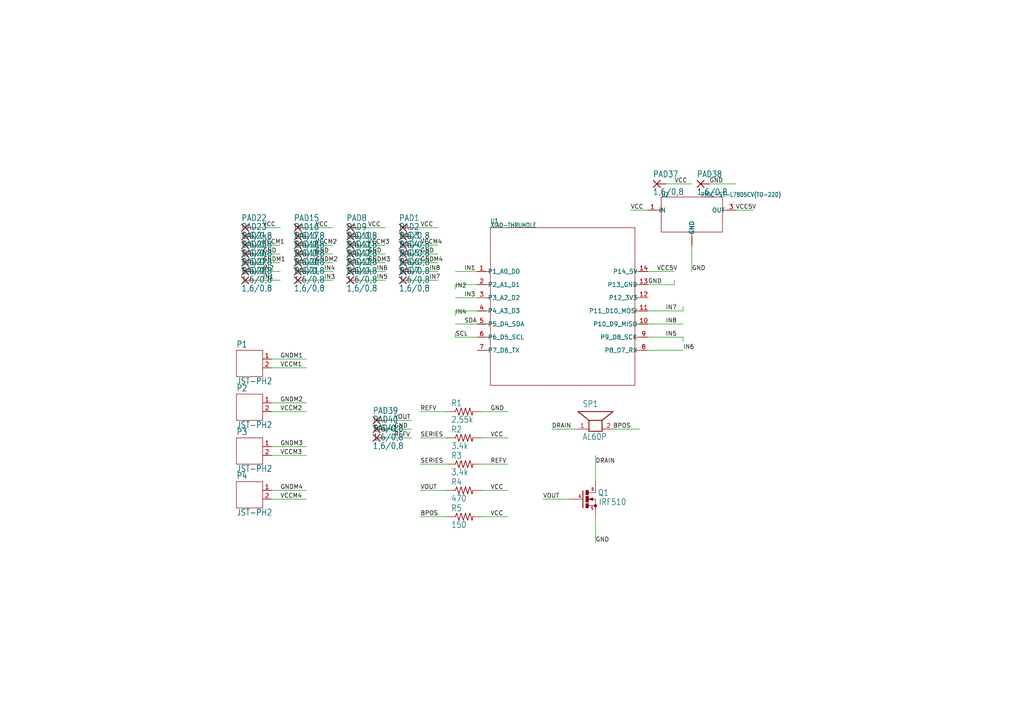
<source format=kicad_sch>
(kicad_sch (version 20211123) (generator eeschema)
  (paper "A4")
  (lib_symbols
    (symbol "MSoRo_v4.0_big_mode_RSC-eagle-import:1,6{slash}0,8"
      (property "Reference" "PAD" (at -1.143 1.8542 0))
      (property "Value" "1,6{slash}0,8" (at -1.143 -3.302 0))
      (symbol "1,6{slash}0,8_1_0"
        (polyline (pts (xy -1.016 -1.016) (xy 1.016 1.016)) (stroke (width 0.254)))
        (polyline (pts (xy -1.016 1.016) (xy 1.016 -1.016)) (stroke (width 0.254)))
        (pin passive line (at 2.54 0 180) (length 2.54) (name "P") (number "1"))
      )
    )
    (symbol "MSoRo_v4.0_big_mode_RSC-eagle-import:AL60P"
      (property "Reference" "SP" (at -3.81 6.35 0))
      (property "Value" "AL60P" (at -3.81 -3.175 0))
      (symbol "AL60P_1_0"
        (polyline (pts (xy -2.54 0) (xy -1.905 0)) (stroke (width 0.1524)))
        (polyline (pts (xy -1.905 -0.635) (xy -1.905 0)) (stroke (width 0.254)))
        (polyline (pts (xy -1.905 -0.635) (xy 1.905 -0.635)) (stroke (width 0.254)))
        (polyline (pts (xy -1.905 0) (xy -1.905 2.54)) (stroke (width 0.254)))
        (polyline (pts (xy -1.905 2.54) (xy -5.08 5.08)) (stroke (width 0.254)))
        (polyline (pts (xy 1.905 -0.635) (xy 1.905 0)) (stroke (width 0.254)))
        (polyline (pts (xy 1.905 0) (xy 1.905 2.54)) (stroke (width 0.254)))
        (polyline (pts (xy 1.905 2.54) (xy -1.905 2.54)) (stroke (width 0.254)))
        (polyline (pts (xy 1.905 2.54) (xy 5.08 5.08)) (stroke (width 0.254)))
        (polyline (pts (xy 2.54 0) (xy 1.905 0)) (stroke (width 0.1524)))
        (polyline (pts (xy 5.08 5.08) (xy -5.08 5.08)) (stroke (width 0.254)))
        (pin passive line (at -5.08 0 0) (length 2.54) (name "1") (number "1"))
        (pin passive line (at 5.08 0 180) (length 2.54) (name "2") (number "2"))
      )
    )
    (symbol "MSoRo_v4.0_big_mode_RSC-eagle-import:IRF510"
      (property "Reference" "Q" (at 3.175 0.889 0))
      (property "Value" "IRF510" (at 3.429 -1.778 0))
      (symbol "IRF510_1_0"
        (rectangle (start -0.254 -2.54) (end 0.508 -1.27) (fill (type outline)))
        (rectangle (start -0.254 -0.889) (end 0.508 0.889) (fill (type outline)))
        (rectangle (start -0.254 1.27) (end 0.508 2.54) (fill (type outline)))
        (polyline (pts (xy -1.1176 0) (xy -2.54 0)) (stroke (width 0.1524)))
        (polyline (pts (xy -1.1176 0) (xy -1.1176 -2.54)) (stroke (width 0.254)))
        (polyline (pts (xy -1.1176 2.413) (xy -1.1176 0)) (stroke (width 0.254)))
        (polyline (pts (xy 0.508 -1.905) (xy 2.54 -1.905)) (stroke (width 0.1524)))
        (polyline (pts (xy 0.508 0) (xy 1.143 0)) (stroke (width 0.1524)))
        (polyline (pts (xy 0.508 0) (xy 1.778 0.381)) (stroke (width 0.1524)))
        (polyline (pts (xy 1.143 0) (xy 1.651 -0.127)) (stroke (width 0.3048)))
        (polyline (pts (xy 1.143 0) (xy 2.54 0)) (stroke (width 0.1524)))
        (polyline (pts (xy 1.651 0.127) (xy 1.143 0)) (stroke (width 0.3048)))
        (polyline (pts (xy 1.778 -0.381) (xy 0.508 0)) (stroke (width 0.1524)))
        (polyline (pts (xy 1.778 0.381) (xy 1.778 -0.381)) (stroke (width 0.1524)))
        (polyline (pts (xy 2.54 -1.905) (xy 2.54 -2.54)) (stroke (width 0.1524)))
        (polyline (pts (xy 2.54 0) (xy 2.54 -1.905)) (stroke (width 0.1524)))
        (polyline (pts (xy 2.54 1.905) (xy 0.5334 1.905)) (stroke (width 0.1524)))
        (polyline (pts (xy 2.54 2.54) (xy 2.54 1.905)) (stroke (width 0.1524)))
        (circle (center 2.54 -1.905) (radius 0.254) (stroke (width 0.4064)))
        (text "D" (at 1.27 2.413 0) (effects (font (size 0.8128 0.6908)) (justify left bottom)))
        (text "G" (at -2.413 0.381 0) (effects (font (size 0.8128 0.6908)) (justify left bottom)))
        (text "S" (at 1.143 -3.175 0) (effects (font (size 0.8128 0.6908)) (justify left bottom)))
        (pin passive line (at 2.54 -5.08 90) (length 2.54) (name "S") (number "1"))
        (pin passive line (at 2.54 5.08 270) (length 2.54) (name "D") (number "2"))
        (pin passive line (at -5.08 0 0) (length 2.54) (name "G") (number "3"))
      )
    )
    (symbol "MSoRo_v4.0_big_mode_RSC-eagle-import:JST-PH2"
      (property "Reference" "P" (at -2.54 3.302 0))
      (property "Value" "JST-PH2" (at -2.54 -7.366 0))
      (symbol "JST-PH2_1_0"
        (polyline (pts (xy -2.54 -5.08) (xy 5.08 -5.08)) (stroke (width 0.1524)))
        (polyline (pts (xy -2.54 2.54) (xy -2.54 -5.08)) (stroke (width 0.1524)))
        (polyline (pts (xy 5.08 -5.08) (xy 5.08 2.54)) (stroke (width 0.1524)))
        (polyline (pts (xy 5.08 2.54) (xy -2.54 2.54)) (stroke (width 0.1524)))
        (pin passive line (at 7.62 0 180) (length 2.54) (name "1") (number "1"))
        (pin passive line (at 7.62 -2.54 180) (length 2.54) (name "2") (number "2"))
      )
    )
    (symbol "MSoRo_v4.0_big_mode_RSC-eagle-import:PMIC-ST-L7805CV(TO-220)"
      (property "Reference" "U" (at -8.89 6.35 0))
      (property "Value" "PMIC-ST-L7805CV(TO-220)" (at 2.54 6.35 0))
      (symbol "PMIC-ST-L7805CV(TO-220)_1_0"
        (polyline (pts (xy -10.16 2.54) (xy -8.89 2.54)) (stroke (width 0.1524)))
        (polyline (pts (xy -8.89 -3.81) (xy -8.89 2.54)) (stroke (width 0.1524)))
        (polyline (pts (xy -8.89 2.54) (xy -8.89 6.35)) (stroke (width 0.1524)))
        (polyline (pts (xy -8.89 6.35) (xy 8.89 6.35)) (stroke (width 0.1524)))
        (polyline (pts (xy 0 -5.08) (xy 0 -3.81)) (stroke (width 0.1524)))
        (polyline (pts (xy 0 -3.81) (xy -8.89 -3.81)) (stroke (width 0.1524)))
        (polyline (pts (xy 8.89 -3.81) (xy 0 -3.81)) (stroke (width 0.1524)))
        (polyline (pts (xy 8.89 2.54) (xy 8.89 -3.81)) (stroke (width 0.1524)))
        (polyline (pts (xy 8.89 6.35) (xy 8.89 2.54)) (stroke (width 0.1524)))
        (polyline (pts (xy 10.16 2.54) (xy 8.89 2.54)) (stroke (width 0.1524)))
        (pin bidirectional line (at -12.7 2.54 0) (length 2.54) (name "IN") (number "1"))
        (pin bidirectional line (at 0 -7.62 90) (length 2.54) (name "GND") (number "2"))
        (pin bidirectional line (at 12.7 2.54 180) (length 2.54) (name "OUT") (number "3"))
        (pin bidirectional line (at 0 -7.62 90) (length 2.54) (name "GND") (number "HEAT"))
      )
    )
    (symbol "MSoRo_v4.0_big_mode_RSC-eagle-import:R-US_0204{slash}7"
      (property "Reference" "R" (at -3.81 1.4986 0))
      (property "Value" "R-US_0204{slash}7" (at -3.81 -3.302 0))
      (symbol "R-US_0204{slash}7_1_0"
        (polyline (pts (xy -2.54 0) (xy -2.159 1.016)) (stroke (width 0.2032)))
        (polyline (pts (xy -2.159 1.016) (xy -1.524 -1.016)) (stroke (width 0.2032)))
        (polyline (pts (xy -1.524 -1.016) (xy -0.889 1.016)) (stroke (width 0.2032)))
        (polyline (pts (xy -0.889 1.016) (xy -0.254 -1.016)) (stroke (width 0.2032)))
        (polyline (pts (xy -0.254 -1.016) (xy 0.381 1.016)) (stroke (width 0.2032)))
        (polyline (pts (xy 0.381 1.016) (xy 1.016 -1.016)) (stroke (width 0.2032)))
        (polyline (pts (xy 1.016 -1.016) (xy 1.651 1.016)) (stroke (width 0.2032)))
        (polyline (pts (xy 1.651 1.016) (xy 2.286 -1.016)) (stroke (width 0.2032)))
        (polyline (pts (xy 2.286 -1.016) (xy 2.54 0)) (stroke (width 0.2032)))
        (pin passive line (at -5.08 0 0) (length 2.54) (name "1") (number "1"))
        (pin passive line (at 5.08 0 180) (length 2.54) (name "2") (number "2"))
      )
    )
    (symbol "MSoRo_v4.0_big_mode_RSC-eagle-import:XIAO-THRUHOLE"
      (property "Reference" "U" (at -20.32 24.13 0))
      (property "Value" "XIAO-THRUHOLE" (at -20.32 22.86 0))
      (symbol "XIAO-THRUHOLE_1_0"
        (polyline (pts (xy -20.32 -22.86) (xy -2.54 -22.86)) (stroke (width 0.1524)))
        (polyline (pts (xy -20.32 -12.7) (xy -21.59 -12.7)) (stroke (width 0.1524)))
        (polyline (pts (xy -20.32 -12.7) (xy -20.32 -22.86)) (stroke (width 0.1524)))
        (polyline (pts (xy -20.32 -8.89) (xy -21.59 -8.89)) (stroke (width 0.1524)))
        (polyline (pts (xy -20.32 -5.08) (xy -21.59 -5.08)) (stroke (width 0.1524)))
        (polyline (pts (xy -20.32 -1.27) (xy -21.59 -1.27)) (stroke (width 0.1524)))
        (polyline (pts (xy -20.32 2.54) (xy -21.59 2.54)) (stroke (width 0.1524)))
        (polyline (pts (xy -20.32 2.54) (xy -20.32 -12.7)) (stroke (width 0.1524)))
        (polyline (pts (xy -20.32 6.35) (xy -21.59 6.35)) (stroke (width 0.1524)))
        (polyline (pts (xy -20.32 6.35) (xy -20.32 2.54)) (stroke (width 0.1524)))
        (polyline (pts (xy -20.32 10.16) (xy -21.59 10.16)) (stroke (width 0.1524)))
        (polyline (pts (xy -20.32 10.16) (xy -20.32 6.35)) (stroke (width 0.1524)))
        (polyline (pts (xy -20.32 22.86) (xy -20.32 10.16)) (stroke (width 0.1524)))
        (polyline (pts (xy -5.08 22.86) (xy -20.32 22.86)) (stroke (width 0.1524)))
        (polyline (pts (xy -2.54 -22.86) (xy 5.08 -22.86)) (stroke (width 0.1524)))
        (polyline (pts (xy -1.27 22.86) (xy -5.08 22.86)) (stroke (width 0.1524)))
        (polyline (pts (xy 2.54 22.86) (xy -1.27 22.86)) (stroke (width 0.1524)))
        (polyline (pts (xy 5.08 -22.86) (xy 21.59 -22.86)) (stroke (width 0.1524)))
        (polyline (pts (xy 6.35 22.86) (xy 2.54 22.86)) (stroke (width 0.1524)))
        (polyline (pts (xy 21.59 -22.86) (xy 21.59 22.86)) (stroke (width 0.1524)))
        (polyline (pts (xy 21.59 22.86) (xy 6.35 22.86)) (stroke (width 0.1524)))
        (polyline (pts (xy 22.86 -12.7) (xy 21.59 -12.7)) (stroke (width 0.1524)))
        (polyline (pts (xy 22.86 -8.89) (xy 21.59 -8.89)) (stroke (width 0.1524)))
        (polyline (pts (xy 22.86 -5.08) (xy 21.59 -5.08)) (stroke (width 0.1524)))
        (polyline (pts (xy 22.86 -1.27) (xy 21.59 -1.27)) (stroke (width 0.1524)))
        (polyline (pts (xy 22.86 2.54) (xy 21.59 2.54)) (stroke (width 0.1524)))
        (polyline (pts (xy 22.86 6.35) (xy 21.59 6.35)) (stroke (width 0.1524)))
        (polyline (pts (xy 22.86 10.16) (xy 21.59 10.16)) (stroke (width 0.1524)))
        (pin bidirectional line (at -24.13 10.16 0) (length 2.54) (name "P1_A0_D0") (number "1"))
        (pin bidirectional line (at 25.4 -5.08 180) (length 2.54) (name "P10_D9_MISO") (number "10"))
        (pin bidirectional line (at 25.4 -1.27 180) (length 2.54) (name "P11_D10_MOSI") (number "11"))
        (pin bidirectional line (at 25.4 2.54 180) (length 2.54) (name "P12_3V3") (number "12"))
        (pin bidirectional line (at 25.4 6.35 180) (length 2.54) (name "P13_GND") (number "13"))
        (pin bidirectional line (at 25.4 10.16 180) (length 2.54) (name "P14_5V") (number "14"))
        (pin bidirectional line (at -24.13 6.35 0) (length 2.54) (name "P2_A1_D1") (number "2"))
        (pin bidirectional line (at -24.13 2.54 0) (length 2.54) (name "P3_A2_D2") (number "3"))
        (pin bidirectional line (at -24.13 -1.27 0) (length 2.54) (name "P4_A3_D3") (number "4"))
        (pin bidirectional line (at -24.13 -5.08 0) (length 2.54) (name "P5_D4_SDA") (number "5"))
        (pin bidirectional line (at -24.13 -8.89 0) (length 2.54) (name "P6_D5_SCL") (number "6"))
        (pin bidirectional line (at -24.13 -12.7 0) (length 2.54) (name "P7_D6_TX") (number "7"))
        (pin bidirectional line (at 25.4 -12.7 180) (length 2.54) (name "P8_D7_RX") (number "8"))
        (pin bidirectional line (at 25.4 -8.89 180) (length 2.54) (name "P9_D8_SCK") (number "9"))
      )
    )
  )
  (wire (pts (xy 132.08 78.74) (xy 138.43 78.74)))
  (wire (pts (xy 187.96 101.6) (xy 198.12 101.6)))
  (wire (pts (xy 78.74 116.84) (xy 88.9 116.84)))
  (wire (pts (xy 78.74 106.68) (xy 88.9 106.68)))
  (wire (pts (xy 213.36 60.96) (xy 218.44 60.96)))
  (wire (pts (xy 138.43 90.17) (xy 132.08 90.17)))
  (wire (pts (xy 138.43 82.55) (xy 132.08 82.55)))
  (wire (pts (xy 104.14 78.74) (xy 111.76 78.74)))
  (wire (pts (xy 78.74 132.08) (xy 88.9 132.08)))
  (wire (pts (xy 78.74 129.54) (xy 88.9 129.54)))
  (wire (pts (xy 139.7 134.62) (xy 147.32 134.62)))
  (wire (pts (xy 78.74 104.14) (xy 88.9 104.14)))
  (wire (pts (xy 187.96 60.96) (xy 182.88 60.96)))
  (wire (pts (xy 165.1 144.78) (xy 157.48 144.78)))
  (wire (pts (xy 119.38 81.28) (xy 127 81.28)))
  (wire (pts (xy 78.74 144.78) (xy 88.9 144.78)))
  (wire (pts (xy 172.72 149.86) (xy 172.72 157.48)))
  (wire (pts (xy 73.66 76.2) (xy 81.28 76.2)))
  (wire (pts (xy 73.66 73.66) (xy 81.28 73.66)))
  (wire (pts (xy 205.74 53.34) (xy 213.36 53.34)))
  (wire (pts (xy 129.54 149.86) (xy 121.92 149.86)))
  (wire (pts (xy 119.38 66.04) (xy 127 66.04)))
  (wire (pts (xy 111.76 121.92) (xy 119.38 121.92)))
  (wire (pts (xy 172.72 139.7) (xy 172.72 132.08)))
  (wire (pts (xy 132.08 90.17) (xy 132.08 91.44)))
  (wire (pts (xy 119.38 76.2) (xy 127 76.2)))
  (wire (pts (xy 129.54 142.24) (xy 121.92 142.24)))
  (wire (pts (xy 177.8 124.46) (xy 185.42 124.46)))
  (wire (pts (xy 104.14 73.66) (xy 111.76 73.66)))
  (wire (pts (xy 104.14 76.2) (xy 111.76 76.2)))
  (wire (pts (xy 129.54 119.38) (xy 121.92 119.38)))
  (wire (pts (xy 88.9 71.12) (xy 96.52 71.12)))
  (wire (pts (xy 88.9 78.74) (xy 96.52 78.74)))
  (wire (pts (xy 139.7 149.86) (xy 147.32 149.86)))
  (wire (pts (xy 198.12 97.79) (xy 198.12 99.06)))
  (wire (pts (xy 104.14 71.12) (xy 111.76 71.12)))
  (wire (pts (xy 138.43 93.98) (xy 132.08 93.98)))
  (wire (pts (xy 193.04 53.34) (xy 200.66 53.34)))
  (wire (pts (xy 198.12 90.17) (xy 198.12 88.9)))
  (wire (pts (xy 104.14 66.04) (xy 111.76 66.04)))
  (wire (pts (xy 138.43 97.79) (xy 132.08 97.79)))
  (wire (pts (xy 139.7 119.38) (xy 147.32 119.38)))
  (wire (pts (xy 187.96 93.98) (xy 198.12 93.98)))
  (wire (pts (xy 132.08 82.55) (xy 132.08 83.82)))
  (wire (pts (xy 167.64 124.46) (xy 160.02 124.46)))
  (wire (pts (xy 139.7 127) (xy 147.32 127)))
  (wire (pts (xy 111.76 127) (xy 119.38 127)))
  (wire (pts (xy 187.96 78.74) (xy 195.58 78.74)))
  (wire (pts (xy 139.7 142.24) (xy 147.32 142.24)))
  (wire (pts (xy 111.76 124.46) (xy 119.38 124.46)))
  (wire (pts (xy 88.9 81.28) (xy 96.52 81.28)))
  (wire (pts (xy 73.66 78.74) (xy 81.28 78.74)))
  (wire (pts (xy 78.74 142.24) (xy 88.9 142.24)))
  (wire (pts (xy 129.54 134.62) (xy 121.92 134.62)))
  (wire (pts (xy 88.9 76.2) (xy 96.52 76.2)))
  (wire (pts (xy 200.66 71.12) (xy 200.66 78.74)))
  (wire (pts (xy 119.38 78.74) (xy 127 78.74)))
  (wire (pts (xy 73.66 71.12) (xy 81.28 71.12)))
  (wire (pts (xy 73.66 81.28) (xy 81.28 81.28)))
  (wire (pts (xy 78.74 119.38) (xy 88.9 119.38)))
  (wire (pts (xy 104.14 81.28) (xy 111.76 81.28)))
  (wire (pts (xy 73.66 66.04) (xy 81.28 66.04)))
  (wire (pts (xy 187.96 82.55) (xy 195.58 82.55)))
  (wire (pts (xy 129.54 127) (xy 121.92 127)))
  (wire (pts (xy 88.9 73.66) (xy 96.52 73.66)))
  (wire (pts (xy 132.08 97.79) (xy 132.08 96.52)))
  (wire (pts (xy 138.43 86.36) (xy 132.08 86.36)))
  (wire (pts (xy 187.96 90.17) (xy 198.12 90.17)))
  (wire (pts (xy 187.96 97.79) (xy 198.12 97.79)))
  (wire (pts (xy 195.58 82.55) (xy 195.58 81.28)))
  (wire (pts (xy 119.38 73.66) (xy 127 73.66)))
  (wire (pts (xy 119.38 71.12) (xy 127 71.12)))
  (wire (pts (xy 88.9 66.04) (xy 96.52 66.04)))
  (label "IN5" (at 193.04 97.79 0) (effects (font (size 1.2446 1.2446))))
  (label "VCCM3" (at 81.28 132.08 0) (effects (font (size 1.2446 1.2446))))
  (label "VCCM4" (at 121.92 71.12 0) (effects (font (size 1.2446 1.2446))))
  (label "IN4" (at 132.08 91.44 0) (effects (font (size 1.2446 1.2446))))
  (label "GND" (at 121.92 73.66 0) (effects (font (size 1.2446 1.2446))))
  (label "IN3" (at 134.62 86.36 0) (effects (font (size 1.2446 1.2446))))
  (label "GNDM3" (at 81.28 129.54 0) (effects (font (size 1.2446 1.2446))))
  (label "GNDM4" (at 81.28 142.24 0) (effects (font (size 1.2446 1.2446))))
  (label "GNDM1" (at 81.28 104.14 0) (effects (font (size 1.2446 1.2446))))
  (label "IN2" (at 132.08 83.82 0) (effects (font (size 1.2446 1.2446))))
  (label "VCC" (at 142.24 127 0) (effects (font (size 1.2446 1.2446))))
  (label "GNDM2" (at 91.44 76.2 0) (effects (font (size 1.2446 1.2446))))
  (label "SDA" (at 134.62 93.98 0) (effects (font (size 1.2446 1.2446))))
  (label "VOUT" (at 121.92 142.24 0) (effects (font (size 1.2446 1.2446))))
  (label "IN7" (at 124.46 81.28 0) (effects (font (size 1.2446 1.2446))))
  (label "IN1" (at 76.2 81.28 0) (effects (font (size 1.2446 1.2446))))
  (label "VCCM3" (at 106.68 71.12 0) (effects (font (size 1.2446 1.2446))))
  (label "VCCM1" (at 76.2 71.12 0) (effects (font (size 1.2446 1.2446))))
  (label "GNDM2" (at 81.28 116.84 0) (effects (font (size 1.2446 1.2446))))
  (label "GND" (at 142.24 119.38 0) (effects (font (size 1.2446 1.2446))))
  (label "IN6" (at 109.22 78.74 0) (effects (font (size 1.2446 1.2446))))
  (label "IN4" (at 93.98 78.74 0) (effects (font (size 1.2446 1.2446))))
  (label "GND" (at 91.44 73.66 0) (effects (font (size 1.2446 1.2446))))
  (label "VCC" (at 142.24 142.24 0) (effects (font (size 1.2446 1.2446))))
  (label "GND" (at 187.96 82.55 0) (effects (font (size 1.2446 1.2446))))
  (label "VCC" (at 106.68 66.04 0) (effects (font (size 1.2446 1.2446))))
  (label "VCCM2" (at 91.44 71.12 0) (effects (font (size 1.2446 1.2446))))
  (label "IN7" (at 193.04 90.17 0) (effects (font (size 1.2446 1.2446))))
  (label "IN8" (at 193.04 93.98 0) (effects (font (size 1.2446 1.2446))))
  (label "GND" (at 106.68 73.66 0) (effects (font (size 1.2446 1.2446))))
  (label "REFV" (at 142.24 134.62 0) (effects (font (size 1.2446 1.2446))))
  (label "DRAIN" (at 160.02 124.46 0) (effects (font (size 1.2446 1.2446))))
  (label "SERIES" (at 121.92 134.62 0) (effects (font (size 1.2446 1.2446))))
  (label "GND" (at 172.72 157.48 0) (effects (font (size 1.2446 1.2446))))
  (label "GND" (at 76.2 73.66 0) (effects (font (size 1.2446 1.2446))))
  (label "VCC" (at 121.92 66.04 0) (effects (font (size 1.2446 1.2446))))
  (label "GND" (at 114.3 124.46 0) (effects (font (size 1.2446 1.2446))))
  (label "VCCM4" (at 81.28 144.78 0) (effects (font (size 1.2446 1.2446))))
  (label "IN5" (at 109.22 81.28 0) (effects (font (size 1.2446 1.2446))))
  (label "REFV" (at 121.92 119.38 0) (effects (font (size 1.2446 1.2446))))
  (label "BPOS" (at 177.8 124.46 0) (effects (font (size 1.2446 1.2446))))
  (label "DRAIN" (at 172.72 134.62 0) (effects (font (size 1.2446 1.2446))))
  (label "VCCM1" (at 81.28 106.68 0) (effects (font (size 1.2446 1.2446))))
  (label "VOUT" (at 157.48 144.78 0) (effects (font (size 1.2446 1.2446))))
  (label "REFV" (at 114.3 127 0) (effects (font (size 1.2446 1.2446))))
  (label "IN6" (at 198.12 101.6 0) (effects (font (size 1.2446 1.2446))))
  (label "VOUT" (at 114.3 121.92 0) (effects (font (size 1.2446 1.2446))))
  (label "IN2" (at 76.2 78.74 0) (effects (font (size 1.2446 1.2446))))
  (label "VCC" (at 142.24 149.86 0) (effects (font (size 1.2446 1.2446))))
  (label "GNDM1" (at 76.2 76.2 0) (effects (font (size 1.2446 1.2446))))
  (label "SCL" (at 132.08 97.79 0) (effects (font (size 1.2446 1.2446))))
  (label "VCC" (at 76.2 66.04 0) (effects (font (size 1.2446 1.2446))))
  (label "GNDM4" (at 121.92 76.2 0) (effects (font (size 1.2446 1.2446))))
  (label "IN3" (at 93.98 81.28 0) (effects (font (size 1.2446 1.2446))))
  (label "GND" (at 200.66 78.74 0) (effects (font (size 1.2446 1.2446))))
  (label "VCC5V" (at 190.5 78.74 0) (effects (font (size 1.2446 1.2446))))
  (label "VCC" (at 195.58 53.34 0) (effects (font (size 1.2446 1.2446))))
  (label "VCC5V" (at 213.36 60.96 0) (effects (font (size 1.2446 1.2446))))
  (label "SERIES" (at 121.92 127 0) (effects (font (size 1.2446 1.2446))))
  (label "GND" (at 205.74 53.34 0) (effects (font (size 1.2446 1.2446))))
  (label "IN8" (at 124.46 78.74 0) (effects (font (size 1.2446 1.2446))))
  (label "VCC" (at 182.88 60.96 0) (effects (font (size 1.2446 1.2446))))
  (label "BPOS" (at 121.92 149.86 0) (effects (font (size 1.2446 1.2446))))
  (label "VCCM2" (at 81.28 119.38 0) (effects (font (size 1.2446 1.2446))))
  (label "VCC" (at 91.44 66.04 0) (effects (font (size 1.2446 1.2446))))
  (label "IN1" (at 134.62 78.74 0) (effects (font (size 1.2446 1.2446))))
  (label "GNDM3" (at 106.68 76.2 0) (effects (font (size 1.2446 1.2446))))
  (symbol (lib_id "MSoRo_v4.0_big_mode_RSC-eagle-import:1,6{slash}0,8") (at 71.12 68.58 0) (unit 1)
    (property "Reference" "PAD23" (at 69.977 66.7258 0) (effects (font (size 1.778 1.5113)) (justify left bottom)))
    (property "Value" "1,6{slash}0,8" (at 69.977 71.882 0) (effects (font (size 1.778 1.5113)) (justify left bottom)))
    (property "Footprint" "MSoRo_v4.0_big_mode_RSC:1,6_0,8" (effects hide))
  )
  (symbol (lib_id "MSoRo_v4.0_big_mode_RSC-eagle-import:1,6{slash}0,8") (at 86.36 81.28 0) (unit 1)
    (property "Reference" "PAD21" (at 85.217 79.4258 0) (effects (font (size 1.778 1.5113)) (justify left bottom)))
    (property "Value" "1,6{slash}0,8" (at 85.217 84.582 0) (effects (font (size 1.778 1.5113)) (justify left bottom)))
    (property "Footprint" "MSoRo_v4.0_big_mode_RSC:1,6_0,8" (effects hide))
  )
  (symbol (lib_id "MSoRo_v4.0_big_mode_RSC-eagle-import:1,6{slash}0,8") (at 116.84 76.2 0) (unit 1)
    (property "Reference" "PAD5" (at 115.697 74.3458 0) (effects (font (size 1.778 1.5113)) (justify left bottom)))
    (property "Value" "1,6{slash}0,8" (at 115.697 79.502 0) (effects (font (size 1.778 1.5113)) (justify left bottom)))
    (property "Footprint" "MSoRo_v4.0_big_mode_RSC:1,6_0,8" (effects hide))
  )
  (symbol (lib_id "MSoRo_v4.0_big_mode_RSC-eagle-import:R-US_0204{slash}7") (at 134.62 142.24 0) (unit 1)
    (property "Reference" "R4" (at 130.81 140.7414 0) (effects (font (size 1.778 1.5113)) (justify left bottom)))
    (property "Value" "470" (at 130.81 145.542 0) (effects (font (size 1.778 1.5113)) (justify left bottom)))
    (property "Footprint" "MSoRo_v4.0_big_mode_RSC:0204_7" (effects hide))
  )
  (symbol (lib_id "MSoRo_v4.0_big_mode_RSC-eagle-import:1,6{slash}0,8") (at 71.12 78.74 0) (unit 1)
    (property "Reference" "PAD27" (at 69.977 76.8858 0) (effects (font (size 1.778 1.5113)) (justify left bottom)))
    (property "Value" "1,6{slash}0,8" (at 69.977 82.042 0) (effects (font (size 1.778 1.5113)) (justify left bottom)))
    (property "Footprint" "MSoRo_v4.0_big_mode_RSC:1,6_0,8" (effects hide))
  )
  (symbol (lib_id "MSoRo_v4.0_big_mode_RSC-eagle-import:1,6{slash}0,8") (at 71.12 73.66 0) (unit 1)
    (property "Reference" "PAD25" (at 69.977 71.8058 0) (effects (font (size 1.778 1.5113)) (justify left bottom)))
    (property "Value" "1,6{slash}0,8" (at 69.977 76.962 0) (effects (font (size 1.778 1.5113)) (justify left bottom)))
    (property "Footprint" "MSoRo_v4.0_big_mode_RSC:1,6_0,8" (effects hide))
  )
  (symbol (lib_id "MSoRo_v4.0_big_mode_RSC-eagle-import:1,6{slash}0,8") (at 101.6 78.74 0) (unit 1)
    (property "Reference" "PAD13" (at 100.457 76.8858 0) (effects (font (size 1.778 1.5113)) (justify left bottom)))
    (property "Value" "1,6{slash}0,8" (at 100.457 82.042 0) (effects (font (size 1.778 1.5113)) (justify left bottom)))
    (property "Footprint" "MSoRo_v4.0_big_mode_RSC:1,6_0,8" (effects hide))
  )
  (symbol (lib_id "MSoRo_v4.0_big_mode_RSC-eagle-import:1,6{slash}0,8") (at 86.36 71.12 0) (unit 1)
    (property "Reference" "PAD17" (at 85.217 69.2658 0) (effects (font (size 1.778 1.5113)) (justify left bottom)))
    (property "Value" "1,6{slash}0,8" (at 85.217 74.422 0) (effects (font (size 1.778 1.5113)) (justify left bottom)))
    (property "Footprint" "MSoRo_v4.0_big_mode_RSC:1,6_0,8" (effects hide))
  )
  (symbol (lib_id "MSoRo_v4.0_big_mode_RSC-eagle-import:1,6{slash}0,8") (at 86.36 76.2 0) (unit 1)
    (property "Reference" "PAD19" (at 85.217 74.3458 0) (effects (font (size 1.778 1.5113)) (justify left bottom)))
    (property "Value" "1,6{slash}0,8" (at 85.217 79.502 0) (effects (font (size 1.778 1.5113)) (justify left bottom)))
    (property "Footprint" "MSoRo_v4.0_big_mode_RSC:1,6_0,8" (effects hide))
  )
  (symbol (lib_id "MSoRo_v4.0_big_mode_RSC-eagle-import:1,6{slash}0,8") (at 86.36 73.66 0) (unit 1)
    (property "Reference" "PAD18" (at 85.217 71.8058 0) (effects (font (size 1.778 1.5113)) (justify left bottom)))
    (property "Value" "1,6{slash}0,8" (at 85.217 76.962 0) (effects (font (size 1.778 1.5113)) (justify left bottom)))
    (property "Footprint" "MSoRo_v4.0_big_mode_RSC:1,6_0,8" (effects hide))
  )
  (symbol (lib_id "MSoRo_v4.0_big_mode_RSC-eagle-import:1,6{slash}0,8") (at 101.6 76.2 0) (unit 1)
    (property "Reference" "PAD12" (at 100.457 74.3458 0) (effects (font (size 1.778 1.5113)) (justify left bottom)))
    (property "Value" "1,6{slash}0,8" (at 100.457 79.502 0) (effects (font (size 1.778 1.5113)) (justify left bottom)))
    (property "Footprint" "MSoRo_v4.0_big_mode_RSC:1,6_0,8" (effects hide))
  )
  (symbol (lib_id "MSoRo_v4.0_big_mode_RSC-eagle-import:1,6{slash}0,8") (at 116.84 81.28 0) (unit 1)
    (property "Reference" "PAD7" (at 115.697 79.4258 0) (effects (font (size 1.778 1.5113)) (justify left bottom)))
    (property "Value" "1,6{slash}0,8" (at 115.697 84.582 0) (effects (font (size 1.778 1.5113)) (justify left bottom)))
    (property "Footprint" "MSoRo_v4.0_big_mode_RSC:1,6_0,8" (effects hide))
  )
  (symbol (lib_id "MSoRo_v4.0_big_mode_RSC-eagle-import:1,6{slash}0,8") (at 86.36 68.58 0) (unit 1)
    (property "Reference" "PAD16" (at 85.217 66.7258 0) (effects (font (size 1.778 1.5113)) (justify left bottom)))
    (property "Value" "1,6{slash}0,8" (at 85.217 71.882 0) (effects (font (size 1.778 1.5113)) (justify left bottom)))
    (property "Footprint" "MSoRo_v4.0_big_mode_RSC:1,6_0,8" (effects hide))
  )
  (symbol (lib_id "MSoRo_v4.0_big_mode_RSC-eagle-import:R-US_0204{slash}7") (at 134.62 134.62 0) (unit 1)
    (property "Reference" "R3" (at 130.81 133.1214 0) (effects (font (size 1.778 1.5113)) (justify left bottom)))
    (property "Value" "3.4k" (at 130.81 137.922 0) (effects (font (size 1.778 1.5113)) (justify left bottom)))
    (property "Footprint" "MSoRo_v4.0_big_mode_RSC:0204_7" (effects hide))
  )
  (symbol (lib_id "MSoRo_v4.0_big_mode_RSC-eagle-import:1,6{slash}0,8") (at 71.12 76.2 0) (unit 1)
    (property "Reference" "PAD26" (at 69.977 74.3458 0) (effects (font (size 1.778 1.5113)) (justify left bottom)))
    (property "Value" "1,6{slash}0,8" (at 69.977 79.502 0) (effects (font (size 1.778 1.5113)) (justify left bottom)))
    (property "Footprint" "MSoRo_v4.0_big_mode_RSC:1,6_0,8" (effects hide))
  )
  (symbol (lib_id "MSoRo_v4.0_big_mode_RSC-eagle-import:1,6{slash}0,8") (at 101.6 71.12 0) (unit 1)
    (property "Reference" "PAD10" (at 100.457 69.2658 0) (effects (font (size 1.778 1.5113)) (justify left bottom)))
    (property "Value" "1,6{slash}0,8" (at 100.457 74.422 0) (effects (font (size 1.778 1.5113)) (justify left bottom)))
    (property "Footprint" "MSoRo_v4.0_big_mode_RSC:1,6_0,8" (effects hide))
  )
  (symbol (lib_id "MSoRo_v4.0_big_mode_RSC-eagle-import:1,6{slash}0,8") (at 190.5 53.34 0) (unit 1)
    (property "Reference" "PAD37" (at 189.357 51.4858 0) (effects (font (size 1.778 1.5113)) (justify left bottom)))
    (property "Value" "1,6{slash}0,8" (at 189.357 56.642 0) (effects (font (size 1.778 1.5113)) (justify left bottom)))
    (property "Footprint" "MSoRo_v4.0_big_mode_RSC:1,6_0,8" (effects hide))
  )
  (symbol (lib_id "MSoRo_v4.0_big_mode_RSC-eagle-import:1,6{slash}0,8") (at 101.6 68.58 0) (unit 1)
    (property "Reference" "PAD9" (at 100.457 66.7258 0) (effects (font (size 1.778 1.5113)) (justify left bottom)))
    (property "Value" "1,6{slash}0,8" (at 100.457 71.882 0) (effects (font (size 1.778 1.5113)) (justify left bottom)))
    (property "Footprint" "MSoRo_v4.0_big_mode_RSC:1,6_0,8" (effects hide))
  )
  (symbol (lib_id "MSoRo_v4.0_big_mode_RSC-eagle-import:JST-PH2") (at 71.12 129.54 0) (unit 1)
    (property "Reference" "P3" (at 68.58 126.238 0) (effects (font (size 1.778 1.5113)) (justify left bottom)))
    (property "Value" "JST-PH2" (at 68.58 136.906 0) (effects (font (size 1.778 1.5113)) (justify left bottom)))
    (property "Footprint" "MSoRo_v4.0_big_mode_RSC:JST-PH2" (effects hide))
  )
  (symbol (lib_id "MSoRo_v4.0_big_mode_RSC-eagle-import:1,6{slash}0,8") (at 109.22 127 0) (unit 1)
    (property "Reference" "PAD41" (at 108.077 125.1458 0) (effects (font (size 1.778 1.5113)) (justify left bottom)))
    (property "Value" "1,6{slash}0,8" (at 108.077 130.302 0) (effects (font (size 1.778 1.5113)) (justify left bottom)))
    (property "Footprint" "MSoRo_v4.0_big_mode_RSC:1,6_0,8" (effects hide))
  )
  (symbol (lib_id "MSoRo_v4.0_big_mode_RSC-eagle-import:R-US_0204{slash}7") (at 134.62 127 0) (unit 1)
    (property "Reference" "R2" (at 130.81 125.5014 0) (effects (font (size 1.778 1.5113)) (justify left bottom)))
    (property "Value" "3.4k" (at 130.81 130.302 0) (effects (font (size 1.778 1.5113)) (justify left bottom)))
    (property "Footprint" "MSoRo_v4.0_big_mode_RSC:0204_7" (effects hide))
  )
  (symbol (lib_id "MSoRo_v4.0_big_mode_RSC-eagle-import:AL60P") (at 172.72 124.46 0) (unit 1)
    (property "Reference" "SP1" (at 168.91 118.11 0) (effects (font (size 1.778 1.5113)) (justify left bottom)))
    (property "Value" "AL60P" (at 168.91 127.635 0) (effects (font (size 1.778 1.5113)) (justify left bottom)))
    (property "Footprint" "MSoRo_v4.0_big_mode_RSC:AL60P" (effects hide))
  )
  (symbol (lib_id "MSoRo_v4.0_big_mode_RSC-eagle-import:IRF510") (at 170.18 144.78 0) (unit 1)
    (property "Reference" "Q1" (at 173.355 143.891 0) (effects (font (size 1.778 1.5113)) (justify left bottom)))
    (property "Value" "IRF510" (at 173.609 146.558 0) (effects (font (size 1.778 1.5113)) (justify left bottom)))
    (property "Footprint" "MSoRo_v4.0_big_mode_RSC:TO220_ALT" (effects hide))
  )
  (symbol (lib_id "MSoRo_v4.0_big_mode_RSC-eagle-import:1,6{slash}0,8") (at 116.84 71.12 0) (unit 1)
    (property "Reference" "PAD3" (at 115.697 69.2658 0) (effects (font (size 1.778 1.5113)) (justify left bottom)))
    (property "Value" "1,6{slash}0,8" (at 115.697 74.422 0) (effects (font (size 1.778 1.5113)) (justify left bottom)))
    (property "Footprint" "MSoRo_v4.0_big_mode_RSC:1,6_0,8" (effects hide))
  )
  (symbol (lib_id "MSoRo_v4.0_big_mode_RSC-eagle-import:R-US_0204{slash}7") (at 134.62 149.86 0) (unit 1)
    (property "Reference" "R5" (at 130.81 148.3614 0) (effects (font (size 1.778 1.5113)) (justify left bottom)))
    (property "Value" "150" (at 130.81 153.162 0) (effects (font (size 1.778 1.5113)) (justify left bottom)))
    (property "Footprint" "MSoRo_v4.0_big_mode_RSC:0204_7" (effects hide))
  )
  (symbol (lib_id "MSoRo_v4.0_big_mode_RSC-eagle-import:JST-PH2") (at 71.12 142.24 0) (unit 1)
    (property "Reference" "P4" (at 68.58 138.938 0) (effects (font (size 1.778 1.5113)) (justify left bottom)))
    (property "Value" "JST-PH2" (at 68.58 149.606 0) (effects (font (size 1.778 1.5113)) (justify left bottom)))
    (property "Footprint" "MSoRo_v4.0_big_mode_RSC:JST-PH2" (effects hide))
  )
  (symbol (lib_id "MSoRo_v4.0_big_mode_RSC-eagle-import:1,6{slash}0,8") (at 86.36 66.04 0) (unit 1)
    (property "Reference" "PAD15" (at 85.217 64.1858 0) (effects (font (size 1.778 1.5113)) (justify left bottom)))
    (property "Value" "1,6{slash}0,8" (at 85.217 69.342 0) (effects (font (size 1.778 1.5113)) (justify left bottom)))
    (property "Footprint" "MSoRo_v4.0_big_mode_RSC:1,6_0,8" (effects hide))
  )
  (symbol (lib_id "MSoRo_v4.0_big_mode_RSC-eagle-import:1,6{slash}0,8") (at 109.22 121.92 0) (unit 1)
    (property "Reference" "PAD39" (at 108.077 120.0658 0) (effects (font (size 1.778 1.5113)) (justify left bottom)))
    (property "Value" "1,6{slash}0,8" (at 108.077 125.222 0) (effects (font (size 1.778 1.5113)) (justify left bottom)))
    (property "Footprint" "MSoRo_v4.0_big_mode_RSC:1,6_0,8" (effects hide))
  )
  (symbol (lib_id "MSoRo_v4.0_big_mode_RSC-eagle-import:1,6{slash}0,8") (at 101.6 66.04 0) (unit 1)
    (property "Reference" "PAD8" (at 100.457 64.1858 0) (effects (font (size 1.778 1.5113)) (justify left bottom)))
    (property "Value" "1,6{slash}0,8" (at 100.457 69.342 0) (effects (font (size 1.778 1.5113)) (justify left bottom)))
    (property "Footprint" "MSoRo_v4.0_big_mode_RSC:1,6_0,8" (effects hide))
  )
  (symbol (lib_id "MSoRo_v4.0_big_mode_RSC-eagle-import:1,6{slash}0,8") (at 71.12 81.28 0) (unit 1)
    (property "Reference" "PAD28" (at 69.977 79.4258 0) (effects (font (size 1.778 1.5113)) (justify left bottom)))
    (property "Value" "1,6{slash}0,8" (at 69.977 84.582 0) (effects (font (size 1.778 1.5113)) (justify left bottom)))
    (property "Footprint" "MSoRo_v4.0_big_mode_RSC:1,6_0,8" (effects hide))
  )
  (symbol (lib_id "MSoRo_v4.0_big_mode_RSC-eagle-import:1,6{slash}0,8") (at 109.22 124.46 0) (unit 1)
    (property "Reference" "PAD40" (at 108.077 122.6058 0) (effects (font (size 1.778 1.5113)) (justify left bottom)))
    (property "Value" "1,6{slash}0,8" (at 108.077 127.762 0) (effects (font (size 1.778 1.5113)) (justify left bottom)))
    (property "Footprint" "MSoRo_v4.0_big_mode_RSC:1,6_0,8" (effects hide))
  )
  (symbol (lib_id "MSoRo_v4.0_big_mode_RSC-eagle-import:JST-PH2") (at 71.12 104.14 0) (unit 1)
    (property "Reference" "P1" (at 68.58 100.838 0) (effects (font (size 1.778 1.5113)) (justify left bottom)))
    (property "Value" "JST-PH2" (at 68.58 111.506 0) (effects (font (size 1.778 1.5113)) (justify left bottom)))
    (property "Footprint" "MSoRo_v4.0_big_mode_RSC:JST-PH2" (effects hide))
  )
  (symbol (lib_id "MSoRo_v4.0_big_mode_RSC-eagle-import:1,6{slash}0,8") (at 101.6 81.28 0) (unit 1)
    (property "Reference" "PAD14" (at 100.457 79.4258 0) (effects (font (size 1.778 1.5113)) (justify left bottom)))
    (property "Value" "1,6{slash}0,8" (at 100.457 84.582 0) (effects (font (size 1.778 1.5113)) (justify left bottom)))
    (property "Footprint" "MSoRo_v4.0_big_mode_RSC:1,6_0,8" (effects hide))
  )
  (symbol (lib_id "MSoRo_v4.0_big_mode_RSC-eagle-import:PMIC-ST-L7805CV(TO-220)") (at 200.66 63.5 0) (unit 1)
    (property "Reference" "U2" (at 191.77 57.15 0) (effects (font (size 1.27 1.0795)) (justify left bottom)))
    (property "Value" "PMIC-ST-L7805CV(TO-220)" (at 203.2 57.15 0) (effects (font (size 1.27 1.0795)) (justify left bottom)))
    (property "Footprint" "MSoRo_v4.0_big_mode_RSC:TO-220" (effects hide))
  )
  (symbol (lib_id "MSoRo_v4.0_big_mode_RSC-eagle-import:1,6{slash}0,8") (at 71.12 71.12 0) (unit 1)
    (property "Reference" "PAD24" (at 69.977 69.2658 0) (effects (font (size 1.778 1.5113)) (justify left bottom)))
    (property "Value" "1,6{slash}0,8" (at 69.977 74.422 0) (effects (font (size 1.778 1.5113)) (justify left bottom)))
    (property "Footprint" "MSoRo_v4.0_big_mode_RSC:1,6_0,8" (effects hide))
  )
  (symbol (lib_id "MSoRo_v4.0_big_mode_RSC-eagle-import:JST-PH2") (at 71.12 116.84 0) (unit 1)
    (property "Reference" "P2" (at 68.58 113.538 0) (effects (font (size 1.778 1.5113)) (justify left bottom)))
    (property "Value" "JST-PH2" (at 68.58 124.206 0) (effects (font (size 1.778 1.5113)) (justify left bottom)))
    (property "Footprint" "MSoRo_v4.0_big_mode_RSC:JST-PH2" (effects hide))
  )
  (symbol (lib_id "MSoRo_v4.0_big_mode_RSC-eagle-import:1,6{slash}0,8") (at 116.84 78.74 0) (unit 1)
    (property "Reference" "PAD6" (at 115.697 76.8858 0) (effects (font (size 1.778 1.5113)) (justify left bottom)))
    (property "Value" "1,6{slash}0,8" (at 115.697 82.042 0) (effects (font (size 1.778 1.5113)) (justify left bottom)))
    (property "Footprint" "MSoRo_v4.0_big_mode_RSC:1,6_0,8" (effects hide))
  )
  (symbol (lib_id "MSoRo_v4.0_big_mode_RSC-eagle-import:R-US_0204{slash}7") (at 134.62 119.38 0) (unit 1)
    (property "Reference" "R1" (at 130.81 117.8814 0) (effects (font (size 1.778 1.5113)) (justify left bottom)))
    (property "Value" "2.55k" (at 130.81 122.682 0) (effects (font (size 1.778 1.5113)) (justify left bottom)))
    (property "Footprint" "MSoRo_v4.0_big_mode_RSC:0204_7" (effects hide))
  )
  (symbol (lib_id "MSoRo_v4.0_big_mode_RSC-eagle-import:1,6{slash}0,8") (at 203.2 53.34 0) (unit 1)
    (property "Reference" "PAD38" (at 202.057 51.4858 0) (effects (font (size 1.778 1.5113)) (justify left bottom)))
    (property "Value" "1,6{slash}0,8" (at 202.057 56.642 0) (effects (font (size 1.778 1.5113)) (justify left bottom)))
    (property "Footprint" "MSoRo_v4.0_big_mode_RSC:1,6_0,8" (effects hide))
  )
  (symbol (lib_id "MSoRo_v4.0_big_mode_RSC-eagle-import:XIAO-THRUHOLE") (at 162.56 88.9 0) (unit 1)
    (property "Reference" "U1" (at 142.24 64.77 0) (effects (font (size 1.27 1.0795)) (justify left bottom)))
    (property "Value" "XIAO-THRUHOLE" (at 142.24 66.04 0) (effects (font (size 1.27 1.0795)) (justify left bottom)))
    (property "Footprint" "MSoRo_v4.0_big_mode_RSC:XIAO-GENERIC-THRUHOLE-MODULE14P-2.54-21X17.8MM" (effects hide))
  )
  (symbol (lib_id "MSoRo_v4.0_big_mode_RSC-eagle-import:1,6{slash}0,8") (at 116.84 68.58 0) (unit 1)
    (property "Reference" "PAD2" (at 115.697 66.7258 0) (effects (font (size 1.778 1.5113)) (justify left bottom)))
    (property "Value" "1,6{slash}0,8" (at 115.697 71.882 0) (effects (font (size 1.778 1.5113)) (justify left bottom)))
    (property "Footprint" "MSoRo_v4.0_big_mode_RSC:1,6_0,8" (effects hide))
  )
  (symbol (lib_id "MSoRo_v4.0_big_mode_RSC-eagle-import:1,6{slash}0,8") (at 116.84 73.66 0) (unit 1)
    (property "Reference" "PAD4" (at 115.697 71.8058 0) (effects (font (size 1.778 1.5113)) (justify left bottom)))
    (property "Value" "1,6{slash}0,8" (at 115.697 76.962 0) (effects (font (size 1.778 1.5113)) (justify left bottom)))
    (property "Footprint" "MSoRo_v4.0_big_mode_RSC:1,6_0,8" (effects hide))
  )
  (symbol (lib_id "MSoRo_v4.0_big_mode_RSC-eagle-import:1,6{slash}0,8") (at 71.12 66.04 0) (unit 1)
    (property "Reference" "PAD22" (at 69.977 64.1858 0) (effects (font (size 1.778 1.5113)) (justify left bottom)))
    (property "Value" "1,6{slash}0,8" (at 69.977 69.342 0) (effects (font (size 1.778 1.5113)) (justify left bottom)))
    (property "Footprint" "MSoRo_v4.0_big_mode_RSC:1,6_0,8" (effects hide))
  )
  (symbol (lib_id "MSoRo_v4.0_big_mode_RSC-eagle-import:1,6{slash}0,8") (at 86.36 78.74 0) (unit 1)
    (property "Reference" "PAD20" (at 85.217 76.8858 0) (effects (font (size 1.778 1.5113)) (justify left bottom)))
    (property "Value" "1,6{slash}0,8" (at 85.217 82.042 0) (effects (font (size 1.778 1.5113)) (justify left bottom)))
    (property "Footprint" "MSoRo_v4.0_big_mode_RSC:1,6_0,8" (effects hide))
  )
  (symbol (lib_id "MSoRo_v4.0_big_mode_RSC-eagle-import:1,6{slash}0,8") (at 116.84 66.04 0) (unit 1)
    (property "Reference" "PAD1" (at 115.697 64.1858 0) (effects (font (size 1.778 1.5113)) (justify left bottom)))
    (property "Value" "1,6{slash}0,8" (at 115.697 69.342 0) (effects (font (size 1.778 1.5113)) (justify left bottom)))
    (property "Footprint" "MSoRo_v4.0_big_mode_RSC:1,6_0,8" (effects hide))
  )
  (symbol (lib_id "MSoRo_v4.0_big_mode_RSC-eagle-import:1,6{slash}0,8") (at 101.6 73.66 0) (unit 1)
    (property "Reference" "PAD11" (at 100.457 71.8058 0) (effects (font (size 1.778 1.5113)) (justify left bottom)))
    (property "Value" "1,6{slash}0,8" (at 100.457 76.962 0) (effects (font (size 1.778 1.5113)) (justify left bottom)))
    (property "Footprint" "MSoRo_v4.0_big_mode_RSC:1,6_0,8" (effects hide))
  )
)
</source>
